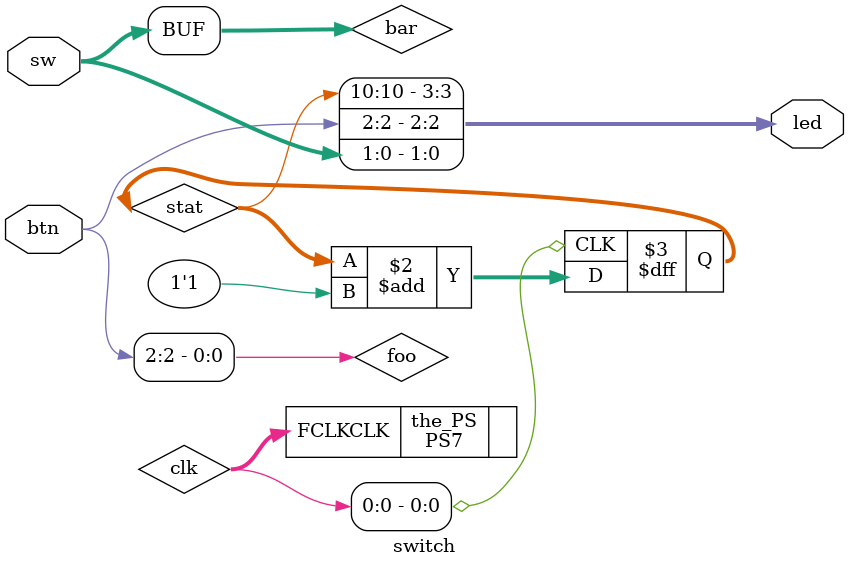
<source format=v>
module switch (
	output [3:0]led,
	input  [3:0]btn,
	input  [1:0]sw
);

    wire [3:0] clk;
    reg  [10:0] stat;
    reg foo;
    reg [1:0] bar;

    assign led[0] = bar[0];
    assign led[1] = bar[1];
    assign sw[0] = bar[0];
    assign sw[1] = bar[1];

    assign led[2] = foo;
    assign btn[2] = foo;

    PS7 the_PS (
        .FCLKCLK (clk)
    );

    always @(posedge clk[0]) begin
	stat <= stat + 1'b1;
    end

    assign led[3] = stat[10];
endmodule



</source>
